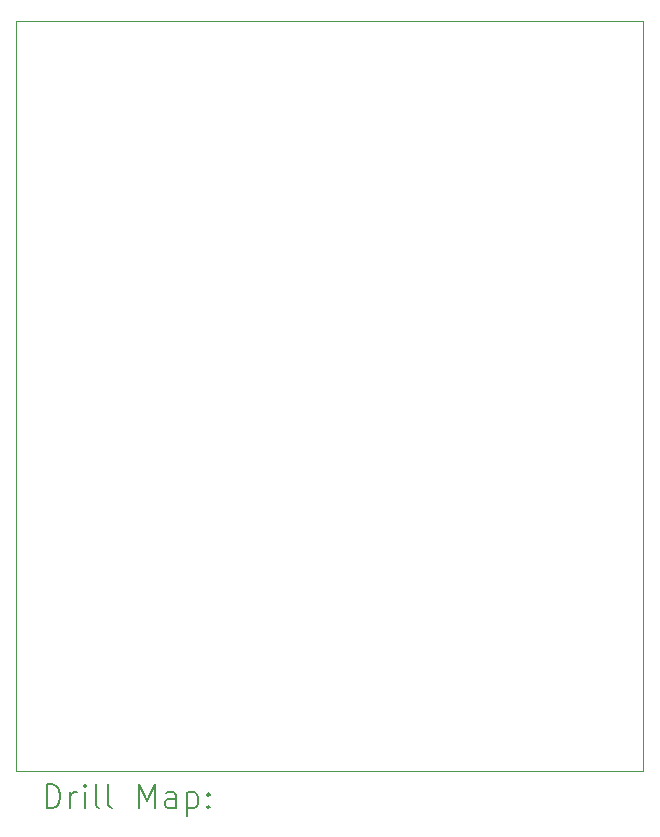
<source format=gbr>
%TF.GenerationSoftware,KiCad,Pcbnew,7.0.7*%
%TF.CreationDate,2023-09-15T19:51:53-06:00*%
%TF.ProjectId,hygienie_pcb,68796769-656e-4696-955f-7063622e6b69,00*%
%TF.SameCoordinates,Original*%
%TF.FileFunction,Drillmap*%
%TF.FilePolarity,Positive*%
%FSLAX45Y45*%
G04 Gerber Fmt 4.5, Leading zero omitted, Abs format (unit mm)*
G04 Created by KiCad (PCBNEW 7.0.7) date 2023-09-15 19:51:53*
%MOMM*%
%LPD*%
G01*
G04 APERTURE LIST*
%ADD10C,0.100000*%
%ADD11C,0.200000*%
G04 APERTURE END LIST*
D10*
X8060000Y-7366000D02*
X13370000Y-7366000D01*
X13370000Y-13716000D01*
X8060000Y-13716000D01*
X8060000Y-7366000D01*
D11*
X8315777Y-14032484D02*
X8315777Y-13832484D01*
X8315777Y-13832484D02*
X8363396Y-13832484D01*
X8363396Y-13832484D02*
X8391967Y-13842008D01*
X8391967Y-13842008D02*
X8411015Y-13861055D01*
X8411015Y-13861055D02*
X8420539Y-13880103D01*
X8420539Y-13880103D02*
X8430063Y-13918198D01*
X8430063Y-13918198D02*
X8430063Y-13946769D01*
X8430063Y-13946769D02*
X8420539Y-13984865D01*
X8420539Y-13984865D02*
X8411015Y-14003912D01*
X8411015Y-14003912D02*
X8391967Y-14022960D01*
X8391967Y-14022960D02*
X8363396Y-14032484D01*
X8363396Y-14032484D02*
X8315777Y-14032484D01*
X8515777Y-14032484D02*
X8515777Y-13899150D01*
X8515777Y-13937246D02*
X8525301Y-13918198D01*
X8525301Y-13918198D02*
X8534824Y-13908674D01*
X8534824Y-13908674D02*
X8553872Y-13899150D01*
X8553872Y-13899150D02*
X8572920Y-13899150D01*
X8639586Y-14032484D02*
X8639586Y-13899150D01*
X8639586Y-13832484D02*
X8630063Y-13842008D01*
X8630063Y-13842008D02*
X8639586Y-13851531D01*
X8639586Y-13851531D02*
X8649110Y-13842008D01*
X8649110Y-13842008D02*
X8639586Y-13832484D01*
X8639586Y-13832484D02*
X8639586Y-13851531D01*
X8763396Y-14032484D02*
X8744348Y-14022960D01*
X8744348Y-14022960D02*
X8734824Y-14003912D01*
X8734824Y-14003912D02*
X8734824Y-13832484D01*
X8868158Y-14032484D02*
X8849110Y-14022960D01*
X8849110Y-14022960D02*
X8839586Y-14003912D01*
X8839586Y-14003912D02*
X8839586Y-13832484D01*
X9096729Y-14032484D02*
X9096729Y-13832484D01*
X9096729Y-13832484D02*
X9163396Y-13975341D01*
X9163396Y-13975341D02*
X9230063Y-13832484D01*
X9230063Y-13832484D02*
X9230063Y-14032484D01*
X9411015Y-14032484D02*
X9411015Y-13927722D01*
X9411015Y-13927722D02*
X9401491Y-13908674D01*
X9401491Y-13908674D02*
X9382444Y-13899150D01*
X9382444Y-13899150D02*
X9344348Y-13899150D01*
X9344348Y-13899150D02*
X9325301Y-13908674D01*
X9411015Y-14022960D02*
X9391967Y-14032484D01*
X9391967Y-14032484D02*
X9344348Y-14032484D01*
X9344348Y-14032484D02*
X9325301Y-14022960D01*
X9325301Y-14022960D02*
X9315777Y-14003912D01*
X9315777Y-14003912D02*
X9315777Y-13984865D01*
X9315777Y-13984865D02*
X9325301Y-13965817D01*
X9325301Y-13965817D02*
X9344348Y-13956293D01*
X9344348Y-13956293D02*
X9391967Y-13956293D01*
X9391967Y-13956293D02*
X9411015Y-13946769D01*
X9506253Y-13899150D02*
X9506253Y-14099150D01*
X9506253Y-13908674D02*
X9525301Y-13899150D01*
X9525301Y-13899150D02*
X9563396Y-13899150D01*
X9563396Y-13899150D02*
X9582444Y-13908674D01*
X9582444Y-13908674D02*
X9591967Y-13918198D01*
X9591967Y-13918198D02*
X9601491Y-13937246D01*
X9601491Y-13937246D02*
X9601491Y-13994388D01*
X9601491Y-13994388D02*
X9591967Y-14013436D01*
X9591967Y-14013436D02*
X9582444Y-14022960D01*
X9582444Y-14022960D02*
X9563396Y-14032484D01*
X9563396Y-14032484D02*
X9525301Y-14032484D01*
X9525301Y-14032484D02*
X9506253Y-14022960D01*
X9687205Y-14013436D02*
X9696729Y-14022960D01*
X9696729Y-14022960D02*
X9687205Y-14032484D01*
X9687205Y-14032484D02*
X9677682Y-14022960D01*
X9677682Y-14022960D02*
X9687205Y-14013436D01*
X9687205Y-14013436D02*
X9687205Y-14032484D01*
X9687205Y-13908674D02*
X9696729Y-13918198D01*
X9696729Y-13918198D02*
X9687205Y-13927722D01*
X9687205Y-13927722D02*
X9677682Y-13918198D01*
X9677682Y-13918198D02*
X9687205Y-13908674D01*
X9687205Y-13908674D02*
X9687205Y-13927722D01*
M02*

</source>
